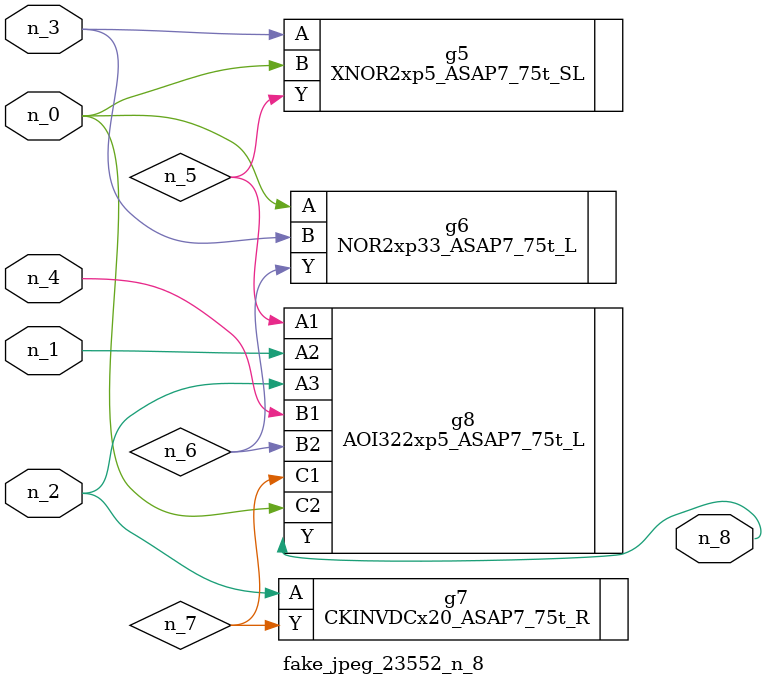
<source format=v>
module fake_jpeg_23552_n_8 (n_3, n_2, n_1, n_0, n_4, n_8);

input n_3;
input n_2;
input n_1;
input n_0;
input n_4;

output n_8;

wire n_6;
wire n_5;
wire n_7;

XNOR2xp5_ASAP7_75t_SL g5 ( 
.A(n_3),
.B(n_0),
.Y(n_5)
);

NOR2xp33_ASAP7_75t_L g6 ( 
.A(n_0),
.B(n_3),
.Y(n_6)
);

CKINVDCx20_ASAP7_75t_R g7 ( 
.A(n_2),
.Y(n_7)
);

AOI322xp5_ASAP7_75t_L g8 ( 
.A1(n_5),
.A2(n_1),
.A3(n_2),
.B1(n_4),
.B2(n_6),
.C1(n_7),
.C2(n_0),
.Y(n_8)
);


endmodule
</source>
